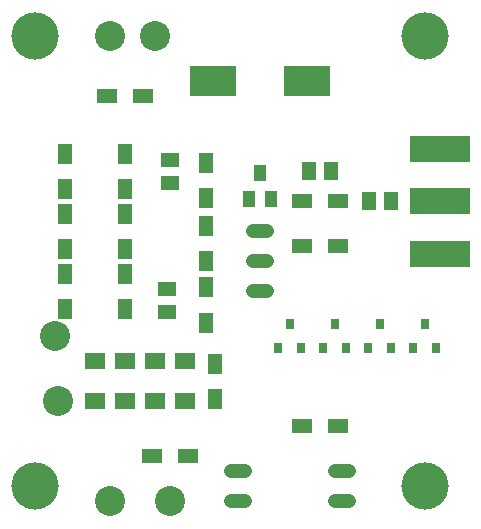
<source format=gbr>
G04 EAGLE Gerber RS-274X export*
G75*
%MOMM*%
%FSLAX34Y34*%
%LPD*%
%INSoldermask Top*%
%IPPOS*%
%AMOC8*
5,1,8,0,0,1.08239X$1,22.5*%
G01*
%ADD10C,4.000000*%
%ADD11C,1.219200*%
%ADD12R,1.000000X1.400000*%
%ADD13R,1.200000X1.800000*%
%ADD14R,1.800000X1.200000*%
%ADD15R,1.500000X1.300000*%
%ADD16R,1.800000X1.400000*%
%ADD17R,4.000000X2.500000*%
%ADD18R,1.300000X1.500000*%
%ADD19R,0.787400X0.889000*%
%ADD20C,2.540000*%
%ADD21R,5.080000X2.286000*%


D10*
X482600Y38100D03*
X482600Y419100D03*
X812800Y419100D03*
X812800Y38100D03*
D11*
X679196Y254000D02*
X667004Y254000D01*
X667004Y203200D02*
X679196Y203200D01*
X679196Y228600D02*
X667004Y228600D01*
D12*
X673100Y303100D03*
X682600Y281100D03*
X663600Y281100D03*
D13*
X627380Y228850D03*
X627380Y258830D03*
X627380Y282190D03*
X627380Y312170D03*
D14*
X738890Y241300D03*
X708910Y241300D03*
X738890Y279400D03*
X708910Y279400D03*
D15*
X594360Y186080D03*
X594360Y205080D03*
D13*
X635000Y112010D03*
X635000Y141990D03*
D16*
X609600Y144000D03*
X609600Y110000D03*
X584200Y110000D03*
X584200Y144000D03*
X558800Y144000D03*
X558800Y110000D03*
X533400Y110000D03*
X533400Y144000D03*
D13*
X558800Y239010D03*
X558800Y268990D03*
X558800Y289810D03*
X558800Y319790D03*
X508000Y319790D03*
X508000Y289810D03*
X508000Y268990D03*
X508000Y239010D03*
X508000Y218190D03*
X508000Y188210D03*
D17*
X633100Y381000D03*
X713100Y381000D03*
D15*
X596900Y295300D03*
X596900Y314300D03*
D18*
X733400Y304800D03*
X714400Y304800D03*
D14*
X573790Y368300D03*
X543810Y368300D03*
D19*
X726694Y154940D03*
X745998Y154940D03*
X736346Y175260D03*
X688594Y154940D03*
X707898Y154940D03*
X698246Y175260D03*
D11*
X660400Y50800D02*
X648208Y50800D01*
X648208Y25400D02*
X660400Y25400D01*
X736600Y25400D02*
X748792Y25400D01*
X748792Y50800D02*
X736600Y50800D01*
D14*
X708910Y88900D03*
X738890Y88900D03*
X611890Y63500D03*
X581910Y63500D03*
D19*
X764794Y154940D03*
X784098Y154940D03*
X774446Y175260D03*
X802894Y154940D03*
X822198Y154940D03*
X812546Y175260D03*
D20*
X546100Y419100D03*
X546100Y25400D03*
X596900Y25400D03*
X499110Y165100D03*
X584200Y419100D03*
X501650Y110490D03*
D13*
X627380Y176780D03*
X627380Y206760D03*
D21*
X825246Y279400D03*
X825246Y235204D03*
X825246Y323596D03*
D18*
X765200Y279400D03*
X784200Y279400D03*
D13*
X558800Y188210D03*
X558800Y218190D03*
M02*

</source>
